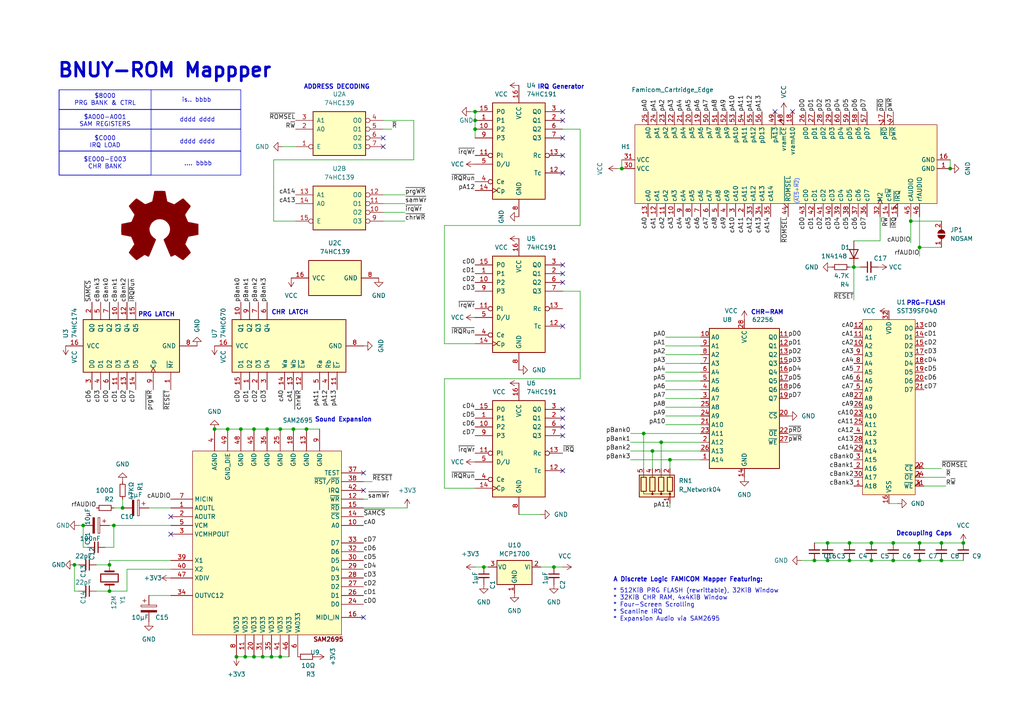
<source format=kicad_sch>
(kicad_sch (version 20230121) (generator eeschema)
  (paper "A4")
  (title_block (title "BNUY-ROM Board") (date "2024-03-04") (rev "v0b"))
  (junction (at 273.05 157.48))
  (junction (at 31.75 163.83))
  (junction (at 259.08 157.48))
  (junction (at 76.2 190.5))
  (junction (at 137.795 34.925))
  (junction (at 35.56 147.32))
  (junction (at 266.7 71.755))
  (junction (at 273.05 162.56))
  (junction (at 275.59 48.895))
  (junction (at 279.4 157.48))
  (junction (at 240.03 162.56))
  (junction (at 189.23 130.81))
  (junction (at 137.795 37.465))
  (junction (at 180.34 48.895))
  (junction (at 81.28 124.46))
  (junction (at 68.58 190.5))
  (junction (at 236.22 162.56))
  (junction (at 71.12 190.5))
  (junction (at 194.31 133.35))
  (junction (at 264.16 64.135))
  (junction (at 21.59 163.83))
  (junction (at 246.38 157.48))
  (junction (at 247.65 77.47))
  (junction (at 69.85 124.46))
  (junction (at 81.28 190.5))
  (junction (at 160.655 164.465))
  (junction (at 24.13 152.4))
  (junction (at 73.66 124.46))
  (junction (at 140.335 164.465))
  (junction (at 252.73 157.48))
  (junction (at 240.03 157.48))
  (junction (at 191.77 128.27))
  (junction (at 78.74 190.5))
  (junction (at 246.38 162.56))
  (junction (at 33.02 152.4))
  (junction (at 186.69 125.73))
  (junction (at 252.73 162.56))
  (junction (at 259.08 162.56))
  (junction (at 62.23 124.46))
  (junction (at 85.09 124.46))
  (junction (at 266.7 162.56))
  (junction (at 66.04 124.46))
  (junction (at 88.9 124.46))
  (junction (at 31.75 171.45))
  (junction (at 266.7 157.48))
  (junction (at 73.66 190.5))
  (junction (at 77.47 124.46))
  (junction (at 137.795 32.385))
  (no_connect (at 163.195 118.745))
  (no_connect (at 163.195 45.085))
  (no_connect (at 163.195 34.925))
  (no_connect (at 224.79 32.385))
  (no_connect (at 49.53 154.94))
  (no_connect (at 105.41 137.16))
  (no_connect (at 163.195 50.165))
  (no_connect (at 163.195 123.825))
  (no_connect (at 163.195 81.915))
  (no_connect (at 163.195 40.005))
  (no_connect (at 49.53 149.86))
  (no_connect (at 111.125 40.005))
  (no_connect (at 163.195 32.385))
  (no_connect (at 163.195 79.375))
  (no_connect (at 163.195 94.615))
  (no_connect (at 105.41 142.24))
  (no_connect (at 163.195 76.835))
  (no_connect (at 229.87 32.385))
  (no_connect (at 105.41 179.07))
  (no_connect (at 163.195 126.365))
  (no_connect (at 163.195 136.525))
  (no_connect (at 163.195 121.285))
  (no_connect (at 111.125 42.545))
  (wire (pts (xy 260.35 146.05) (xy 257.81 146.05)))
  (wire (pts (xy 266.7 71.755) (xy 273.05 71.755)))
  (wire (pts (xy 137.795 32.385) (xy 137.795 34.925)))
  (wire (pts (xy 73.66 190.5) (xy 76.2 190.5)))
  (wire (pts (xy 191.77 128.27) (xy 203.2 128.27)))
  (wire (pts (xy 182.88 125.73) (xy 186.69 125.73)))
  (wire (pts (xy 255.27 62.865) (xy 255.27 69.85)))
  (wire (pts (xy 33.02 147.32) (xy 35.56 147.32)))
  (wire (pts (xy 194.31 133.35) (xy 194.31 135.89)))
  (wire (pts (xy 191.77 128.27) (xy 191.77 135.89)))
  (wire (pts (xy 236.22 162.56) (xy 240.03 162.56)))
  (wire (pts (xy 69.85 124.46) (xy 73.66 124.46)))
  (wire (pts (xy 140.335 164.465) (xy 141.605 164.465)))
  (wire (pts (xy 163.195 84.455) (xy 168.275 84.455)))
  (wire (pts (xy 179.07 48.895) (xy 180.34 48.895)))
  (wire (pts (xy 117.475 56.515) (xy 111.125 56.515)))
  (wire (pts (xy 182.88 128.27) (xy 191.77 128.27)))
  (wire (pts (xy 273.05 135.89) (xy 267.97 135.89)))
  (wire (pts (xy 27.94 171.45) (xy 31.75 171.45)))
  (wire (pts (xy 252.73 162.56) (xy 259.08 162.56)))
  (wire (pts (xy 168.275 65.405) (xy 168.275 37.465)))
  (wire (pts (xy 193.04 113.03) (xy 203.2 113.03)))
  (wire (pts (xy 22.86 152.4) (xy 24.13 152.4)))
  (wire (pts (xy 168.275 37.465) (xy 163.195 37.465)))
  (wire (pts (xy 236.22 157.48) (xy 240.03 157.48)))
  (wire (pts (xy 273.05 162.56) (xy 279.4 162.56)))
  (wire (pts (xy 193.04 97.79) (xy 203.2 97.79)))
  (wire (pts (xy 259.08 157.48) (xy 266.7 157.48)))
  (wire (pts (xy 21.59 171.45) (xy 22.86 171.45)))
  (wire (pts (xy 246.38 157.48) (xy 252.73 157.48)))
  (wire (pts (xy 137.795 164.465) (xy 140.335 164.465)))
  (wire (pts (xy 267.97 140.97) (xy 274.32 140.97)))
  (wire (pts (xy 31.75 152.4) (xy 33.02 152.4)))
  (wire (pts (xy 120.015 34.925) (xy 111.125 34.925)))
  (wire (pts (xy 25.4 158.75) (xy 24.13 158.75)))
  (wire (pts (xy 194.31 133.35) (xy 203.2 133.35)))
  (wire (pts (xy 128.905 109.855) (xy 128.905 141.605)))
  (wire (pts (xy 128.905 141.605) (xy 137.795 141.605)))
  (wire (pts (xy 30.48 158.75) (xy 33.02 158.75)))
  (wire (pts (xy 193.04 110.49) (xy 203.2 110.49)))
  (wire (pts (xy 81.915 42.545) (xy 85.725 42.545)))
  (wire (pts (xy 240.03 162.56) (xy 246.38 162.56)))
  (wire (pts (xy 117.475 61.595) (xy 111.125 61.595)))
  (wire (pts (xy 266.7 157.48) (xy 273.05 157.48)))
  (wire (pts (xy 81.28 124.46) (xy 85.09 124.46)))
  (wire (pts (xy 168.275 84.455) (xy 168.275 109.855)))
  (wire (pts (xy 160.655 164.465) (xy 156.845 164.465)))
  (wire (pts (xy 193.04 123.19) (xy 203.2 123.19)))
  (wire (pts (xy 273.05 64.135) (xy 264.16 64.135)))
  (wire (pts (xy 118.11 147.32) (xy 105.41 147.32)))
  (wire (pts (xy 73.66 124.46) (xy 77.47 124.46)))
  (wire (pts (xy 77.47 124.46) (xy 81.28 124.46)))
  (wire (pts (xy 137.795 99.695) (xy 128.905 99.695)))
  (wire (pts (xy 264.16 64.135) (xy 264.16 70.485)))
  (wire (pts (xy 31.75 162.56) (xy 49.53 162.56)))
  (wire (pts (xy 66.04 124.46) (xy 69.85 124.46)))
  (wire (pts (xy 35.56 144.78) (xy 35.56 147.32)))
  (wire (pts (xy 193.04 102.87) (xy 203.2 102.87)))
  (wire (pts (xy 117.475 59.055) (xy 111.125 59.055)))
  (wire (pts (xy 182.88 133.35) (xy 194.31 133.35)))
  (wire (pts (xy 62.23 124.46) (xy 66.04 124.46)))
  (wire (pts (xy 247.65 77.47) (xy 247.65 86.995)))
  (wire (pts (xy 247.65 77.47) (xy 249.555 77.47)))
  (wire (pts (xy 24.13 152.4) (xy 24.13 158.75)))
  (wire (pts (xy 81.28 190.5) (xy 83.82 190.5)))
  (wire (pts (xy 79.375 64.135) (xy 85.725 64.135)))
  (wire (pts (xy 128.905 99.695) (xy 128.905 65.405)))
  (wire (pts (xy 49.53 165.1) (xy 36.83 165.1)))
  (wire (pts (xy 252.73 157.48) (xy 259.08 157.48)))
  (wire (pts (xy 85.09 124.46) (xy 88.9 124.46)))
  (wire (pts (xy 274.32 138.43) (xy 267.97 138.43)))
  (wire (pts (xy 240.03 157.48) (xy 246.38 157.48)))
  (wire (pts (xy 266.7 71.755) (xy 266.7 62.865)))
  (wire (pts (xy 79.375 64.135) (xy 79.375 46.355)))
  (wire (pts (xy 275.59 48.895) (xy 275.59 46.355)))
  (wire (pts (xy 79.375 46.355) (xy 120.015 46.355)))
  (wire (pts (xy 120.015 46.355) (xy 120.015 34.925)))
  (wire (pts (xy 194.31 147.32) (xy 194.31 146.05)))
  (wire (pts (xy 36.83 171.45) (xy 31.75 171.45)))
  (wire (pts (xy 33.02 152.4) (xy 33.02 158.75)))
  (wire (pts (xy 232.41 162.56) (xy 236.22 162.56)))
  (wire (pts (xy 193.04 105.41) (xy 203.2 105.41)))
  (wire (pts (xy 266.7 74.295) (xy 266.7 71.755)))
  (wire (pts (xy 71.12 190.5) (xy 73.66 190.5)))
  (wire (pts (xy 255.27 69.85) (xy 247.65 69.85)))
  (wire (pts (xy 189.23 130.81) (xy 203.2 130.81)))
  (wire (pts (xy 193.04 115.57) (xy 203.2 115.57)))
  (wire (pts (xy 68.58 190.5) (xy 71.12 190.5)))
  (wire (pts (xy 193.04 118.11) (xy 203.2 118.11)))
  (wire (pts (xy 137.795 37.465) (xy 137.795 40.005)))
  (wire (pts (xy 106.68 144.78) (xy 105.41 144.78)))
  (wire (pts (xy 43.18 172.72) (xy 49.53 172.72)))
  (wire (pts (xy 189.23 130.81) (xy 189.23 135.89)))
  (wire (pts (xy 193.04 107.95) (xy 203.2 107.95)))
  (wire (pts (xy 186.69 125.73) (xy 203.2 125.73)))
  (wire (pts (xy 186.69 125.73) (xy 186.69 135.89)))
  (wire (pts (xy 76.2 190.5) (xy 78.74 190.5)))
  (wire (pts (xy 137.795 34.925) (xy 137.795 37.465)))
  (wire (pts (xy 150.495 149.225) (xy 156.845 149.225)))
  (wire (pts (xy 163.195 164.465) (xy 160.655 164.465)))
  (wire (pts (xy 182.88 130.81) (xy 189.23 130.81)))
  (wire (pts (xy 168.275 109.855) (xy 128.905 109.855)))
  (wire (pts (xy 113.665 37.465) (xy 111.125 37.465)))
  (wire (pts (xy 27.94 163.83) (xy 31.75 163.83)))
  (wire (pts (xy 193.04 120.65) (xy 203.2 120.65)))
  (wire (pts (xy 21.59 163.83) (xy 21.59 171.45)))
  (wire (pts (xy 193.04 100.33) (xy 203.2 100.33)))
  (wire (pts (xy 136.525 32.385) (xy 137.795 32.385)))
  (wire (pts (xy 246.38 77.47) (xy 247.65 77.47)))
  (wire (pts (xy 259.08 162.56) (xy 266.7 162.56)))
  (wire (pts (xy 180.34 48.895) (xy 180.34 46.355)))
  (wire (pts (xy 43.18 147.32) (xy 49.53 147.32)))
  (wire (pts (xy 266.7 162.56) (xy 273.05 162.56)))
  (wire (pts (xy 36.83 165.1) (xy 36.83 171.45)))
  (wire (pts (xy 273.05 157.48) (xy 279.4 157.48)))
  (wire (pts (xy 117.475 64.135) (xy 111.125 64.135)))
  (wire (pts (xy 21.59 163.83) (xy 22.86 163.83)))
  (wire (pts (xy 246.38 162.56) (xy 252.73 162.56)))
  (wire (pts (xy 128.905 65.405) (xy 168.275 65.405)))
  (wire (pts (xy 88.9 124.46) (xy 92.71 124.46)))
  (wire (pts (xy 264.16 62.865) (xy 264.16 64.135)))
  (wire (pts (xy 78.74 190.5) (xy 81.28 190.5)))
  (wire (pts (xy 107.95 139.7) (xy 105.41 139.7)))
  (wire (pts (xy 33.02 152.4) (xy 49.53 152.4)))
  (wire (pts (xy 31.75 162.56) (xy 31.75 163.83)))
  (rectangle (start 17.145 37.465) (end 69.85 43.815))
  (rectangle (start 17.145 31.75) (end 69.85 37.465))
  (rectangle (start 17.145 43.815) (end 69.85 50.8))
  (rectangle (start 17.145 26.035) (end 69.85 31.75))
  (text_box "$8000\nPRG BANK & CTRL\n\n$A000-A001\nSAM REGISTERS\n\n$C000\nIRQ LOAD\n\n$E000-E003\nCHR BANK" (at 17.145 26.035 0) (size 26.67 24.765) (effects (font (size 1.27 1.27)) (justify top)))
  (text "BNUY-ROM Mappper\n" (at 16.51 22.86 0) (effects (font (size 4 4) (thickness 0.8) bold) (justify left bottom)))
  (text "is.. bbbb" (at 52.705 29.845 0) (effects (font (size 1.27 1.27)) (justify left bottom)))
  (text "* 512KiB PRG FLASH (rewrittable), 32KiB Window\n* 32KiB CHR RAM, 4x4KiB Window\n* Four-Screen Scrolling\n* Scanline IRQ\n* Expansion Audio via SAM2695" (at 177.8 180.34 0) (effects (font (size 1.27 1.27)) (justify left bottom)))
  (text "ADDRESS DECODING" (at 107.315 26.035 0) (effects (font (size 1.27 1.27) (thickness 0.254) bold) (justify right bottom)))
  (text "CHR-RAM\n" (at 227.33 91.44 0) (effects (font (size 1.27 1.27) (thickness 0.254) bold) (justify right bottom)))
  (text "dddd dddd" (at 52.07 41.91 0) (effects (font (size 1.27 1.27)) (justify left bottom)))
  (text ".... bbbb" (at 53.34 48.26 0) (effects (font (size 1.27 1.27)) (justify left bottom)))
  (text "dddd dddd" (at 52.07 35.56 0) (effects (font (size 1.27 1.27)) (justify left bottom)))
  (text "CHR LATCH" (at 89.535 91.44 0) (effects (font (size 1.27 1.27) (thickness 0.254) bold) (justify right bottom)))
  (text "A Discrete Logic FAMICOM Mapper Featuring:\n" (at 177.8 168.91 0) (effects (font (size 1.27 1.27) (thickness 0.254) bold) (justify left bottom)))
  (text "Decoupling Caps" (at 276.225 155.575 0) (effects (font (size 1.27 1.27) (thickness 0.254) bold) (justify right bottom)))
  (text "PRG-FLASH\n\n" (at 274.32 90.805 0) (effects (font (size 1.27 1.27) (thickness 0.254) bold) (justify right bottom)))
  (text "PRG LATCH" (at 50.8 92.075 0) (effects (font (size 1.27 1.27) (thickness 0.254) bold) (justify right bottom)))
  (text "Sound Expansion" (at 107.95 122.555 0) (effects (font (size 1.27 1.27) (thickness 0.254) bold) (justify right bottom)))
  (text "IRQ Generator" (at 169.545 26.035 0) (effects (font (size 1.27 1.27) (thickness 0.254) bold) (justify right bottom)))
  (label "cD1" (at 267.97 97.79 0))
  (label "cD0" (at 267.97 95.25 0))
  (label "~{RESET}" (at 107.95 139.7 0))
  (label "pD3" (at 228.6 105.41 0))
  (label "cBank3" (at 247.65 140.97 180))
  (label "cA0" (at 82.55 113.03 270))
  (label "cD1" (at 72.39 113.03 270))
  (label "~{chrWR}" (at 87.63 113.03 270))
  (label "cD6" (at 137.795 123.825 180))
  (label "cBank2" (at 36.83 87.63 90))
  (label "cD6" (at 267.97 110.49 0))
  (label "pBank1" (at 72.39 87.63 90))
  (label "cA7" (at 205.74 62.865 270))
  (label "cD7" (at 105.41 157.48 0))
  (label "pD0" (at 233.68 32.385 90))
  (label "~{irqWr}" (at 117.475 61.595 0))
  (label "cBank0" (at 31.75 87.63 90))
  (label "cD2" (at 36.83 113.03 270))
  (label "pD5" (at 228.6 110.49 0))
  (label "cA14" (at 85.725 56.515 180))
  (label "cD3" (at 137.795 84.455 180))
  (label "~{ROMSEL}" (at 228.6 62.865 270))
  (label "~{irqWr}" (at 137.795 131.445 180))
  (label "cA12" (at 247.65 125.73 180))
  (label "cBank1" (at 247.65 135.89 180))
  (label "cD4" (at 137.795 118.745 180))
  (label "pA8" (at 208.28 32.385 90))
  (label "cA1" (at 247.65 97.79 180))
  (label "pA7" (at 205.74 32.385 90))
  (label "~{chrWR}" (at 117.475 64.135 0))
  (label "pBank0" (at 182.88 125.73 180))
  (label "cA8" (at 208.28 62.865 270))
  (label "cD7" (at 137.795 126.365 180))
  (label "cD5" (at 137.795 121.285 180))
  (label "cD1" (at 137.795 79.375 180))
  (label "pA1" (at 190.5 32.385 90))
  (label "pBank3" (at 77.47 87.63 90))
  (label "cD3" (at 105.41 167.64 0))
  (label "~{pRD}" (at 256.54 32.385 90))
  (label "cD5" (at 246.38 62.865 270))
  (label "cA10" (at 213.36 62.865 270))
  (label "cD0" (at 31.75 113.03 270))
  (label "~{ROMSEL}" (at 85.725 34.925 180))
  (label "pA9" (at 210.82 32.385 90))
  (label "cAUDIO" (at 49.53 144.78 180))
  (label "~{prgWR}" (at 117.475 56.515 0))
  (label "~{R}" (at 113.665 37.465 0))
  (label "cA2" (at 193.04 62.865 270))
  (label "cAUDIO" (at 264.16 70.485 180))
  (label "pA1" (at 193.04 100.33 180))
  (label "pD7" (at 228.6 115.57 0))
  (label "cBank3" (at 29.21 87.63 90))
  (label "cD0" (at 137.795 76.835 180))
  (label "pA11" (at 194.31 147.32 180))
  (label "cA3" (at 195.58 62.865 270))
  (label "pA2" (at 193.04 102.87 180))
  (label "cD3" (at 29.21 113.03 270))
  (label "~{pWR}" (at 228.6 128.27 0))
  (label "cD1" (at 236.22 62.865 270))
  (label "pBank3" (at 182.88 133.35 180))
  (label "~{samWr}" (at 106.68 144.78 0))
  (label "cBank0" (at 247.65 133.35 180))
  (label "cA0" (at 187.96 62.865 270))
  (label "~{IRQ}" (at 260.35 62.865 270))
  (label "cA5" (at 200.66 62.865 270))
  (label "cD5" (at 267.97 107.95 0))
  (label "~{pRD}" (at 228.6 125.73 0))
  (label "pD1" (at 236.22 32.385 90))
  (label "cD6" (at 248.92 62.865 270))
  (label "cD2" (at 267.97 100.33 0))
  (label "cA14" (at 223.52 62.865 270))
  (label "cA10" (at 247.65 120.65 180))
  (label "pA3" (at 193.04 105.41 180))
  (label "~{SAMCS}" (at 26.67 87.63 90))
  (label "cD5" (at 105.41 162.56 0))
  (label "cA0" (at 247.65 95.25 180))
  (label "cA6" (at 247.65 110.49 180))
  (label "cD7" (at 39.37 113.03 270))
  (label "~{SAMCS}" (at 105.41 149.86 0))
  (label "~{pWR}" (at 259.08 32.385 90))
  (label "pA12" (at 95.25 113.03 270))
  (label "pA4" (at 193.04 107.95 180))
  (label "cD1" (at 34.29 113.03 270))
  (label "pD6" (at 248.92 32.385 90))
  (label "pA10" (at 213.36 32.385 90))
  (label "cA3" (at 247.65 102.87 180))
  (label "R~{W}" (at 274.32 140.97 0))
  (label "cA7" (at 247.65 113.03 180))
  (label "pA5" (at 200.66 32.385 90))
  (label "cA8" (at 247.65 115.57 180))
  (label "cA1" (at 85.09 113.03 270))
  (label "~{ROMSEL}" (at 273.05 135.89 0))
  (label "cD3" (at 241.3 62.865 270))
  (label "cD0" (at 105.41 175.26 0))
  (label "pD0" (at 228.6 97.79 0))
  (label "cD3" (at 267.97 102.87 0))
  (label "cA2" (at 247.65 100.33 180))
  (label "pBank0" (at 69.85 87.63 90))
  (label "cD1" (at 105.41 172.72 0))
  (label "cD4" (at 267.97 105.41 0))
  (label "cA11" (at 247.65 123.19 180))
  (label "pBank1" (at 182.88 128.27 180))
  (label "cD3" (at 77.47 113.03 270))
  (label "~{irqWr}" (at 137.795 45.085 180))
  (label "~{RESET}" (at 49.53 113.03 270))
  (label "pBank2" (at 182.88 130.81 180))
  (label "pA2" (at 193.04 32.385 90))
  (label "~{RESET}" (at 247.65 86.995 180))
  (label "pD4" (at 228.6 107.95 0))
  (label "pA0" (at 187.96 32.385 90))
  (label "pA10" (at 193.04 123.19 180))
  (label "~{samWr}" (at 117.475 59.055 0))
  (label "pA4" (at 198.12 32.385 90))
  (label "pA7" (at 193.04 115.57 180))
  (label "R~{W}" (at 257.81 62.865 270))
  (label "pA9" (at 193.04 120.65 180))
  (label "cA12" (at 218.44 62.865 270))
  (label "pD5" (at 246.38 32.385 90))
  (label "~{prgWR}" (at 44.45 113.03 270))
  (label "cD6" (at 105.41 160.02 0))
  (label "pA13" (at 97.79 113.03 270))
  (label "pD2" (at 228.6 102.87 0))
  (label "cD2" (at 137.795 81.915 180))
  (label "cD6" (at 26.67 113.03 270))
  (label "pA0" (at 193.04 97.79 180))
  (label "pA12" (at 218.44 32.385 90))
  (label "pA3" (at 195.58 32.385 90))
  (label "cD0" (at 233.68 62.865 270))
  (label "rfAUDIO" (at 266.7 74.295 180))
  (label "~{IRQRun}" (at 137.795 97.155 180))
  (label "pA5" (at 193.04 110.49 180))
  (label "pA11" (at 215.9 32.385 90))
  (label "rfAUDIO" (at 27.94 147.32 180))
  (label "cA13" (at 247.65 128.27 180))
  (label "cD4" (at 105.41 165.1 0))
  (label "cA4" (at 198.12 62.865 270))
  (label "cD7" (at 267.97 113.03 0))
  (label "cD2" (at 238.76 62.865 270))
  (label "pD3" (at 241.3 32.385 90))
  (label "cD4" (at 243.84 62.865 270))
  (label "pBank2" (at 74.93 87.63 90))
  (label "cD2" (at 105.41 170.18 0))
  (label "pD7" (at 251.46 32.385 90))
  (label "cA1" (at 190.5 62.865 270))
  (label "pD4" (at 243.84 32.385 90))
  (label "cA6" (at 203.2 62.865 270))
  (label "cA14" (at 247.65 130.81 180))
  (label "cD2" (at 74.93 113.03 270))
  (label "cD0" (at 69.85 113.03 270))
  (label "~{IRQRun}" (at 137.795 52.705 180))
  (label "cA5" (at 247.65 107.95 180))
  (label "~{R}" (at 274.32 138.43 0))
  (label "cBank2" (at 247.65 138.43 180))
  (label "pA8" (at 193.04 118.11 180))
  (label "cA0" (at 105.41 152.4 0))
  (label "cBank1" (at 34.29 87.63 90))
  (label "pA11" (at 92.71 113.03 270))
  (label "pA6" (at 193.04 113.03 180))
  (label "~{IRQRun}" (at 137.795 139.065 180))
  (label "R~{W}" (at 85.725 37.465 180))
  (label "pA12" (at 137.795 55.245 180))
  (label "pD6" (at 228.6 113.03 0))
  (label "cA11" (at 215.9 62.865 270))
  (label "~{IRQ}" (at 163.195 131.445 0))
  (label "cD7" (at 251.46 62.865 270))
  (label "~{irqWr}" (at 137.795 89.535 180))
  (label "pA13" (at 220.98 32.385 90))
  (label "cA9" (at 247.65 118.11 180))
  (label "cA13" (at 85.725 59.055 180))
  (label "~{IRQRun}" (at 39.37 87.63 90))
  (label "pA6" (at 203.2 32.385 90))
  (label "cA4" (at 247.65 105.41 180))
  (label "cA9" (at 210.82 62.865 270))
  (label "pD1" (at 228.6 100.33 0))
  (label "cA13" (at 220.98 62.865 270))
  (label "pD2" (at 238.76 32.385 90))
  (symbol (lib_id "power:GND") (at 241.3 77.47 270) (unit 1)
    (property "Reference" "#PWR045" (effects hide))
    (property "Value" "GND" (at 237.49 77.47 90) (effects (justify right)))
  )
  (symbol (lib_id "Device:C_Small") (at 273.05 160.02 0) (mirror x) (unit 1)
    (property "Reference" "C8" (at 275.59 161.2837 0) (effects (justify left)))
    (property "Value" "C_Small" (effects hide))
    (property "Footprint" "Capacitor_SMD:C_1206_3216Metric_Pad1.33x1.80mm_HandSolder" (effects hide))
  )
  (symbol (lib_id "74xx:74LS139") (at 98.425 59.055 0) (unit 2)
    (property "Reference" "U2" (at 98.425 48.895 0))
    (property "Value" "74HC139" (at 98.425 51.435 0))
    (property "Footprint" "PCM_Package_DIP_AKL:DIP-16_W7.62mm_LongPads" (effects hide))
    (property "Datasheet" "http://www.ti.com/lit/ds/symlink/sn74ls139a.pdf" (effects hide))
  )
  (symbol (lib_id "power:GND") (at 150.495 107.315 90) (unit 1)
    (property "Reference" "#PWR017" (effects hide))
    (property "Value" "GND" (at 154.305 107.315 90) (effects (justify right)))
  )
  (symbol (lib_id "power:VCC") (at 150.495 24.765 90) (unit 1)
    (property "Reference" "#PWR021" (effects hide))
    (property "Value" "VCC" (at 145.415 27.305 90))
  )
  (symbol (lib_id "Device:R_Small") (at 30.48 147.32 90) (unit 1)
    (property "Reference" "R2" (at 33.02 144.78 90) (effects (justify left)))
    (property "Value" "100Ω" (at 33.02 142.24 90) (effects (justify left)))
    (property "Footprint" "PCM_Resistor_THT_AKL:R_Axial_DIN0204_L3.6mm_D1.6mm_P2.54mm_Vertical" (effects hide))
  )
  (symbol (lib_id "Device:C_Small") (at 25.4 163.83 270) (unit 1)
    (property "Reference" "C13" (at 24.13 167.64 0) (effects (justify right)))
    (property "Value" "22pF" (at 26.67 161.29 90) (effects (justify right)))
    (property "Footprint" "Capacitor_THT:C_Disc_D3.0mm_W1.6mm_P2.50mm" (effects hide))
  )
  (symbol (lib_id "power:+3V3") (at 91.44 190.5 270) (unit 1)
    (property "Reference" "#PWR035" (effects hide))
    (property "Value" "+3V3" (at 96.52 190.5 0))
  )
  (symbol (lib_id "power:VCC") (at 137.795 133.985 90) (unit 1)
    (property "Reference" "#PWR08" (effects hide))
    (property "Value" "VCC" (at 132.715 133.985 90))
  )
  (symbol (lib_id "power:GND") (at 22.86 152.4 270) (unit 1)
    (property "Reference" "#PWR033" (effects hide))
    (property "Value" "GND" (at 20.32 152.4 90) (effects (justify right)))
  )
  (symbol (lib_id "power:VCC") (at 150.495 69.215 90) (unit 1)
    (property "Reference" "#PWR011" (effects hide))
    (property "Value" "VCC" (at 145.415 71.755 90))
  )
  (symbol (lib_id "power:GND") (at 160.655 169.545 0) (unit 1)
    (property "Reference" "#PWR043" (effects hide))
    (property "Value" "GND" (at 160.655 174.625 0))
  )
  (symbol (lib_id "power:GND") (at 21.59 163.83 270) (unit 1)
    (property "Reference" "#PWR036" (effects hide))
    (property "Value" "GND" (at 19.05 163.83 90) (effects (justify right)))
  )
  (symbol (lib_id "Device:C_Polarized") (at 39.37 147.32 270) (unit 1)
    (property "Reference" "C10" (at 36.83 149.86 90))
    (property "Value" "1µF" (at 39.37 143.51 90))
    (property "Footprint" "Capacitor_THT:CP_Radial_D4.0mm_P1.50mm" (effects hide))
  )
  (symbol (lib_id "Device:C_Small") (at 240.03 160.02 0) (mirror x) (unit 1)
    (property "Reference" "C3" (at 242.57 161.2837 0) (effects (justify left)))
    (property "Value" "C_Small" (effects hide))
    (property "Footprint" "Capacitor_SMD:C_1206_3216Metric_Pad1.33x1.80mm_HandSolder" (effects hide))
  )
  (symbol (lib_id "power:GND") (at 109.855 80.645 0) (unit 1)
    (property "Reference" "#PWR03" (effects hide))
    (property "Value" "GND" (at 109.855 85.725 0))
  )
  (symbol (lib_id "power:GND") (at 215.9 138.43 0) (unit 1)
    (property "Reference" "#PWR018" (effects hide))
    (property "Value" "GND" (at 215.9 143.51 0))
  )
  (symbol (lib_id "Device:C_Small") (at 266.7 160.02 0) (mirror x) (unit 1)
    (property "Reference" "C7" (at 269.24 161.2837 0) (effects (justify left)))
    (property "Value" "C_Small" (effects hide))
    (property "Footprint" "Capacitor_SMD:C_1206_3216Metric_Pad1.33x1.80mm_HandSolder" (effects hide))
  )
  (symbol (lib_id "power:VCC") (at 19.05 100.33 180) (unit 1)
    (property "Reference" "#PWR07" (effects hide))
    (property "Value" "VCC" (at 21.59 101.6 90) (effects (justify left)))
  )
  (symbol (lib_id "Graphic:Logo_Open_Hardware_Large") (at 46.355 66.675 0) (unit 1) (in_bom no) (on_board no)
    (property "Reference" "#SYM1" (effects hide))
    (property "Value" "Logo_Open_Hardware_Large" (effects hide))
    (property "Sim.Enable" "0" (effects hide))
  )
  (symbol (lib_id "power:GND") (at 136.525 32.385 270) (unit 1)
    (property "Reference" "#PWR023" (effects hide))
    (property "Value" "GND" (at 135.255 34.925 90))
  )
  (symbol (lib_id "74xx:74LS174") (at 36.83 100.33 90) (unit 1)
    (property "Reference" "U3" (at 19.05 98.1359 0) (effects (justify left)))
    (property "Value" "74HC174" (at 21.59 98.1359 0) (effects (justify left)))
    (property "Footprint" "PCM_Package_DIP_AKL:DIP-16_W7.62mm_LongPads" (effects hide))
    (property "Datasheet" "http://www.ti.com/lit/gpn/sn74LS174" (effects hide))
  )
  (symbol (lib_id "power:+3V3") (at 118.11 147.32 0) (unit 1)
    (property "Reference" "#PWR024" (effects hide))
    (property "Value" "+3V3" (at 118.11 142.24 0))
  )
  (symbol (lib_id "power:+3V3") (at 49.53 167.64 90) (unit 1)
    (property "Reference" "#PWR031" (effects hide))
    (property "Value" "+3V3" (at 46.99 167.64 90) (effects (justify left)))
  )
  (symbol (lib_id "Device:C_Small") (at 279.4 160.02 0) (mirror x) (unit 1)
    (property "Reference" "C9" (at 281.94 161.2837 0) (effects (justify left)))
    (property "Value" "C_Small" (effects hide))
    (property "Footprint" "Capacitor_SMD:C_1206_3216Metric_Pad1.33x1.80mm_HandSolder" (effects hide))
  )
  (symbol (lib_id "Device:C_Polarized") (at 27.94 152.4 270) (unit 1)
    (property "Reference" "C11" (at 25.4 156.21 0))
    (property "Value" "10µF" (at 25.4 149.86 0))
    (property "Footprint" "Capacitor_THT:CP_Radial_D4.0mm_P1.50mm" (effects hide))
  )
  (symbol (lib_id "power:GND") (at 81.915 42.545 270) (unit 1)
    (property "Reference" "#PWR04" (effects hide))
    (property "Value" "GND" (at 78.105 42.545 90) (effects (justify right)))
  )
  (symbol (lib_id "power:+3V3") (at 68.58 190.5 180) (unit 1)
    (property "Reference" "#PWR030" (effects hide))
    (property "Value" "+3V3" (at 68.58 195.58 0))
  )
  (symbol (lib_id "Famicom:Famicom_Cartridge_Edge") (at 275.59 64.135 90) (unit 1)
    (property "Reference" "H1" (at 182.88 42.545 90) (effects (justify left)))
    (property "Value" "Famicom_Cartridge_Edge" (at 207.01 26.035 90) (effects (justify left)))
    (property "Footprint" "famicom:Famicom Cartridge Edge Connector (long legs)" (effects hide))
  )
  (symbol (lib_id "power:VCC") (at 62.23 100.33 180) (unit 1)
    (property "Reference" "#PWR010" (effects hide))
    (property "Value" "VCC" (at 64.77 105.41 90) (effects (justify right)))
  )
  (symbol (lib_id "Device:C_Small") (at 252.73 160.02 0) (mirror x) (unit 1)
    (property "Reference" "C5" (at 255.27 161.2837 0) (effects (justify left)))
    (property "Value" "C_Small" (effects hide))
    (property "Footprint" "Capacitor_SMD:C_1206_3216Metric_Pad1.33x1.80mm_HandSolder" (effects hide))
  )
  (symbol (lib_id "power:VCC") (at 84.455 80.645 180) (unit 1)
    (property "Reference" "#PWR05" (effects hide))
    (property "Value" "VCC" (at 84.455 85.725 0))
  )
  (symbol (lib_id "power:VCC") (at 163.195 164.465 270) (unit 1)
    (property "Reference" "#PWR041" (effects hide))
    (property "Value" "VCC" (at 161.925 161.29 90) (effects (justify left)))
  )
  (symbol (lib_id "Device:C_Small") (at 236.22 160.02 0) (mirror x) (unit 1)
    (property "Reference" "C16" (at 238.76 161.2837 0) (effects (justify left)))
    (property "Value" "C_Small" (effects hide))
    (property "Footprint" "Capacitor_SMD:C_1206_3216Metric_Pad1.33x1.80mm_HandSolder" (effects hide))
  )
  (symbol (lib_id "power:VCC") (at 279.4 157.48 0) (mirror y) (unit 1)
    (property "Reference" "#PWR040" (effects hide))
    (property "Value" "VCC" (at 279.4 152.4 0))
  )
  (symbol (lib_id "Memory_RAM:CY62256-70PC") (at 215.9 115.57 0) (unit 1)
    (property "Reference" "U8" (at 209.55 92.71 0) (effects (justify left)))
    (property "Value" "62256" (at 218.0941 92.71 0) (effects (justify left)))
    (property "Footprint" "Package_DIP:DIP-28_W15.24mm_LongPads" (effects hide))
    (property "Datasheet" "https://ecee.colorado.edu/~mcclurel/Cypress_SRAM_CY62256.pdf" (effects hide))
  )
  (symbol (lib_id "power:VCC") (at 179.07 48.895 90) (unit 1)
    (property "Reference" "#PWR02" (effects hide))
    (property "Value" "VCC" (at 173.99 48.895 0))
  )
  (symbol (lib_id "power:GND") (at 275.59 48.895 90) (unit 1)
    (property "Reference" "#PWR01" (effects hide))
    (property "Value" "GND" (at 280.67 48.895 0))
  )
  (symbol (lib_id "Device:C_Small") (at 246.38 160.02 0) (mirror x) (unit 1)
    (property "Reference" "C4" (at 248.92 161.2837 0) (effects (justify left)))
    (property "Value" "C_Small" (effects hide))
    (property "Footprint" "Capacitor_SMD:C_1206_3216Metric_Pad1.33x1.80mm_HandSolder" (effects hide))
  )
  (symbol (lib_id "74xx:74LS191") (at 150.495 42.545 0) (unit 1)
    (property "Reference" "U4" (at 152.6891 24.765 0) (effects (justify left)))
    (property "Value" "74HC191" (at 152.6891 27.305 0) (effects (justify left)))
    (property "Footprint" "PCM_Package_DIP_AKL:DIP-16_W7.62mm_LongPads" (effects hide))
    (property "Datasheet" "http://www.ti.com/lit/gpn/sn74LS191" (effects hide))
  )
  (symbol (lib_id "power:GND") (at 35.56 139.7 180) (unit 1)
    (property "Reference" "#PWR037" (effects hide))
    (property "Value" "GND" (at 35.56 134.62 0))
  )
  (symbol (lib_id "power:GND") (at 232.41 162.56 270) (mirror x) (unit 1)
    (property "Reference" "#PWR039" (effects hide))
    (property "Value" "GND" (at 228.6 162.56 90) (effects (justify right)))
  )
  (symbol (lib_id "Device:C_Small") (at 140.335 167.005 0) (unit 1)
    (property "Reference" "C1" (at 142.875 168.275 90) (effects (justify right)))
    (property "Value" "1µF" (at 137.795 165.735 90) (effects (justify right)))
    (property "Footprint" "Capacitor_THT:C_Disc_D3.0mm_W1.6mm_P2.50mm" (effects hide))
  )
  (symbol (lib_id "power:GND") (at 150.495 62.865 270) (unit 1)
    (property "Reference" "#PWR020" (effects hide))
    (property "Value" "GND" (at 145.415 62.865 0))
  )
  (symbol (lib_id "74xx:74LS139") (at 97.155 80.645 90) (unit 3)
    (property "Reference" "U2" (at 97.155 70.485 90))
    (property "Value" "74HC139" (at 97.155 73.025 90))
    (property "Footprint" "PCM_Package_DIP_AKL:DIP-16_W7.62mm_LongPads" (effects hide))
    (property "Datasheet" "http://www.ti.com/lit/ds/symlink/sn74ls139a.pdf" (effects hide))
  )
  (symbol (lib_id "power:GND") (at 149.225 172.085 0) (unit 1)
    (property "Reference" "#PWR042" (effects hide))
    (property "Value" "GND" (at 149.225 177.165 0))
  )
  (symbol (lib_id "74xx:74LS191") (at 150.495 86.995 0) (unit 1)
    (property "Reference" "U5" (at 152.6891 69.215 0) (effects (justify left)))
    (property "Value" "74HC191" (at 152.6891 71.755 0) (effects (justify left)))
    (property "Footprint" "PCM_Package_DIP_AKL:DIP-16_W7.62mm_LongPads" (effects hide))
    (property "Datasheet" "http://www.ti.com/lit/gpn/sn74LS191" (effects hide))
  )
  (symbol (lib_id "power:VCC") (at 150.495 111.125 90) (unit 1)
    (property "Reference" "#PWR015" (effects hide))
    (property "Value" "VCC" (at 146.685 113.665 90) (effects (justify left)))
  )
  (symbol (lib_id "Device:R_Small") (at 243.84 77.47 90) (unit 1)
    (property "Reference" "R4" (at 246.38 82.55 90) (effects (justify left)))
    (property "Value" "4.7K" (at 246.38 80.01 90) (effects (justify left)))
    (property "Footprint" "PCM_Resistor_THT_AKL:R_Axial_DIN0204_L3.6mm_D1.6mm_P2.54mm_Vertical" (effects hide))
  )
  (symbol (lib_id "Smal:SAM2695") (at 80.01 120.65 180) (unit 1)
    (property "Reference" "U9" (at 89.9861 189.23 0) (effects (justify right)))
    (property "Value" "SAM2695" (at 86.36 121.92 0))
    (property "Footprint" "Smal:QFN-48-1EP_6x6mm_P0.4mm_EP4.2x4.2mm_HAND" (effects hide))
  )
  (symbol (lib_id "power:VCC") (at 137.795 92.075 90) (unit 1)
    (property "Reference" "#PWR014" (effects hide))
    (property "Value" "VCC" (at 132.715 92.075 90))
  )
  (symbol (lib_id "Device:R_Small") (at 35.56 142.24 180) (unit 1)
    (property "Reference" "R1" (at 40.64 139.7 90) (effects (justify left)))
    (property "Value" "47KΩ" (at 38.1 139.7 90) (effects (justify left)))
    (property "Footprint" "PCM_Resistor_THT_AKL:R_Axial_DIN0204_L3.6mm_D1.6mm_P2.54mm_Vertical" (effects hide))
  )
  (symbol (lib_id "Diode:1N4148") (at 247.65 73.66 90) (unit 1)
    (property "Reference" "D1" (at 243.84 71.755 90) (effects (justify right)))
    (property "Value" "1N4148" (at 238.125 74.295 90) (effects (justify right)))
    (property "Footprint" "Diode_THT:D_DO-34_SOD68_P2.54mm_Vertical_AnodeUp" (effects hide))
    (property "Datasheet" "https://assets.nexperia.com/documents/data-sheet/1N4148_1N4448.pdf" (effects hide))
    (property "Sim.Device" "D" (effects hide))
    (property "Sim.Pins" "1=K 2=A" (effects hide))
  )
  (symbol (lib_id "power:GND") (at 105.41 100.33 90) (unit 1)
    (property "Reference" "#PWR09" (effects hide))
    (property "Value" "GND" (at 110.49 100.33 0))
  )
  (symbol (lib_id "Memory_Lib:SST39SF040") (at 250.19 143.51 0) (unit 1)
    (property "Reference" "U1" (at 260.0041 87.63 0) (effects (justify left)))
    (property "Value" "SST39SF040" (at 260.0041 90.17 0) (effects (justify left)))
    (property "Footprint" "PCM_Package_DIP_AKL:DIP-32_W15.24mm_LongPads" (effects hide))
    (property "Datasheet" "https://ww1.microchip.com/downloads/aemDocuments/documents/OTH/ProductDocuments/DataSheets/20005022C.pdf" (effects hide))
  )
  (symbol (lib_id "Device:C_Polarized") (at 43.18 176.53 0) (unit 1)
    (property "Reference" "C15" (at 46.99 179.07 0))
    (property "Value" "10µF" (at 40.64 179.07 0))
    (property "Footprint" "Capacitor_THT:CP_Radial_D4.0mm_P1.50mm" (effects hide))
  )
  (symbol (lib_id "power:VCC") (at 137.795 47.625 90) (unit 1)
    (property "Reference" "#PWR022" (effects hide))
    (property "Value" "VCC" (at 132.715 47.625 90))
  )
  (symbol (lib_id "74xx:74LS670") (at 82.55 100.33 90) (unit 1)
    (property "Reference" "U7" (at 62.23 98.1359 0) (effects (justify left)))
    (property "Value" "74HC670" (at 64.77 98.1359 0) (effects (justify left)))
    (property "Footprint" "PCM_Package_DIP_AKL:DIP-16_W7.62mm_LongPads" (effects hide))
    (property "Datasheet" "http://www.ti.com/lit/gpn/sn74LS670" (effects hide))
  )
  (symbol (lib_id "power:VCC") (at 227.33 32.385 0) (unit 1)
    (property "Reference" "#PWR012" (effects hide))
    (property "Value" "VCC" (at 227.33 28.575 90) (effects (justify left)))
  )
  (symbol (lib_id "Device:C_Small") (at 252.095 77.47 90) (unit 1)
    (property "Reference" "C17" (at 253.365 74.93 90) (effects (justify right)))
    (property "Value" "1nF" (at 250.825 80.645 90) (effects (justify right)))
    (property "Footprint" "Capacitor_THT:C_Disc_D3.0mm_W1.6mm_P2.50mm" (effects hide))
  )
  (symbol (lib_id "power:GND") (at 228.6 120.65 90) (unit 1)
    (property "Reference" "#PWR034" (effects hide))
    (property "Value" "GND" (at 232.41 120.65 90) (effects (justify right)))
  )
  (symbol (lib_id "power:GND") (at 260.35 146.05 90) (unit 1)
    (property "Reference" "#PWR026" (effects hide))
    (property "Value" "GND" (at 264.16 146.05 90) (effects (justify right)))
  )
  (symbol (lib_id "Device:Crystal") (at 31.75 167.64 90) (unit 1)
    (property "Reference" "Y1" (at 35.56 172.72 0) (effects (justify right)))
    (property "Value" "12M" (at 33.02 172.72 0) (effects (justify right)))
    (property "Footprint" "Crystal:Crystal_HC49-4H_Vertical" (effects hide))
  )
  (symbol (lib_id "Device:C_Small") (at 25.4 171.45 270) (unit 1)
    (property "Reference" "C14" (at 24.13 175.26 0) (effects (justify right)))
    (property "Value" "22pF" (at 26.67 168.91 90) (effects (justify right)))
    (property "Footprint" "Capacitor_THT:C_Disc_D3.0mm_W1.6mm_P2.50mm" (effects hide))
  )
  (symbol (lib_id "power:GND") (at 156.845 149.225 90) (unit 1)
    (property "Reference" "#PWR016" (effects hide))
    (property "Value" "GND" (at 160.655 149.225 90) (effects (justify right)))
  )
  (symbol (lib_id "74xx:74LS191") (at 150.495 128.905 0) (unit 1)
    (property "Reference" "U6" (at 152.6891 111.125 0) (effects (justify left)))
    (property "Value" "74HC191" (at 152.6891 113.665 0) (effects (justify left)))
    (property "Footprint" "PCM_Package_DIP_AKL:DIP-16_W7.62mm_LongPads" (effects hide))
    (property "Datasheet" "http://www.ti.com/lit/gpn/sn74LS191" (effects hide))
  )
  (symbol (lib_id "Device:R_Network04") (at 189.23 140.97 180) (unit 1)
    (property "Reference" "RN1" (at 196.85 139.446 0) (effects (justify right)))
    (property "Value" "R_Network04" (at 196.85 141.986 0) (effects (justify right)))
    (property "Footprint" "Resistor_THT:R_Array_SIP5" (effects hide))
    (property "Datasheet" "http://www.vishay.com/docs/31509/csc.pdf" (effects hide))
  )
  (symbol (lib_id "Device:C_Small") (at 259.08 160.02 0) (mirror x) (unit 1)
    (property "Reference" "C6" (at 261.62 161.2837 0) (effects (justify left)))
    (property "Value" "C_Small" (effects hide))
    (property "Footprint" "Capacitor_SMD:C_1206_3216Metric_Pad1.33x1.80mm_HandSolder" (effects hide))
  )
  (symbol (lib_id "power:GND") (at 140.335 169.545 0) (unit 1)
    (property "Reference" "#PWR044" (effects hide))
    (property "Value" "GND" (at 140.335 174.625 0))
  )
  (symbol (lib_id "Jumper:SolderJumper_2_Open") (at 273.05 67.945 90) (unit 1)
    (property "Reference" "JP1" (at 275.59 66.675 90) (effects (justify right)))
    (property "Value" "NOSAM" (at 275.59 69.215 90) (effects (justify right)))
    (property "Footprint" "Jumper:SolderJumper-2_P1.3mm_Open_RoundedPad1.0x1.5mm" (effects hide))
  )
  (symbol (lib_id "74xx:74LS139") (at 98.425 37.465 0) (unit 1)
    (property "Reference" "U2" (at 98.425 27.305 0))
    (property "Value" "74HC139" (at 98.425 29.845 0))
    (property "Footprint" "PCM_Package_DIP_AKL:DIP-16_W7.62mm_LongPads" (effects hide))
    (property "Datasheet" "http://www.ti.com/lit/ds/symlink/sn74ls139a.pdf" (effects hide))
  )
  (symbol (lib_id "Device:C_Small") (at 160.655 167.005 0) (unit 1)
    (property "Reference" "C2" (at 163.195 168.275 90) (effects (justify right)))
    (property "Value" "1µF" (at 158.115 165.735 90) (effects (justify right)))
    (property "Footprint" "Capacitor_THT:C_Disc_D3.0mm_W1.6mm_P2.50mm" (effects hide))
  )
  (symbol (lib_id "power:VCC") (at 215.9 92.71 0) (unit 1)
    (property "Reference" "#PWR019" (effects hide))
    (property "Value" "VCC" (at 212.09 90.17 0))
  )
  (symbol (lib_id "power:GND") (at 62.23 124.46 180) (unit 1)
    (property "Reference" "#PWR029" (effects hide))
    (property "Value" "GND" (at 62.23 119.38 0))
  )
  (symbol (lib_id "power:GND") (at 57.15 100.33 180) (unit 1)
    (property "Reference" "#PWR06" (effects hide))
    (property "Value" "GND" (at 57.15 96.52 90) (effects (justify right)))
  )
  (symbol (lib_id "Device:R_Small") (at 88.9 190.5 90) (unit 1)
    (property "Reference" "R3" (at 91.44 195.58 90) (effects (justify left)))
    (property "Value" "10Ω" (at 91.44 193.04 90) (effects (justify left)))
    (property "Footprint" "PCM_Resistor_THT_AKL:R_Axial_DIN0204_L3.6mm_D1.6mm_P2.54mm_Vertical" (effects hide))
  )
  (symbol (lib_id "Device:C_Small") (at 27.94 158.75 270) (unit 1)
    (property "Reference" "C12" (at 26.67 162.56 0) (effects (justify right)))
    (property "Value" "100nF" (at 29.21 156.21 90) (effects (justify right)))
    (property "Footprint" "Capacitor_THT:C_Disc_D3.0mm_W1.6mm_P2.50mm" (effects hide))
  )
  (symbol (lib_id "power:VCC") (at 257.81 90.17 90) (unit 1)
    (property "Reference" "#PWR025" (effects hide))
    (property "Value" "VCC" (at 254 90.17 90) (effects (justify left)))
  )
  (symbol (lib_id "power:GND") (at 43.18 180.34 0) (unit 1)
    (property "Reference" "#PWR032" (effects hide))
    (property "Value" "GND" (at 43.18 185.42 0))
  )
  (symbol (lib_id "Regulator_Linear:MCP1700x-330xxTO") (at 149.225 164.465 180) (unit 1)
    (property "Reference" "U10" (at 149.225 158.115 0))
    (property "Value" "MCP1700" (at 149.225 160.655 0))
    (property "Footprint" "Package_TO_SOT_THT:TO-92_Inline" (effects hide))
    (property "Datasheet" "http://ww1.microchip.com/downloads/en/DeviceDoc/20001826D.pdf" (effects hide))
  )
  (symbol (lib_id "power:VCC") (at 254.635 77.47 270) (unit 1)
    (property "Reference" "#PWR046" (effects hide))
    (property "Value" "VCC" (at 257.81 77.47 90) (effects (justify left)))
  )
  (symbol (lib_id "power:+3V3") (at 137.795 164.465 90) (unit 1)
    (property "Reference" "#PWR038" (effects hide))
    (property "Value" "+3V3" (at 139.065 160.655 90) (effects (justify left)))
  )
)
</source>
